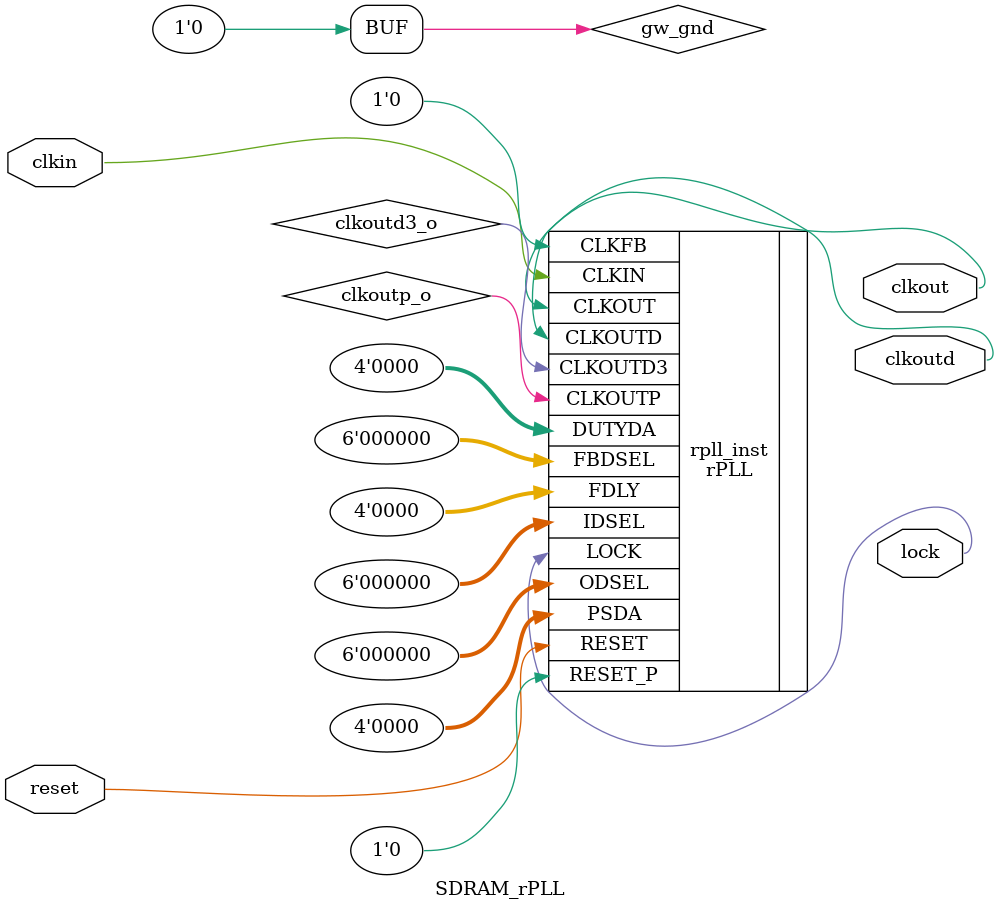
<source format=v>


module SDRAM_rPLL (clkout, lock, clkoutd, reset, clkin);

output clkout;
output lock;
output clkoutd;
input reset;
input clkin;

wire clkoutp_o;
wire clkoutd3_o;
wire gw_gnd;

assign gw_gnd = 1'b0;

rPLL rpll_inst (
    .CLKOUT(clkout),
    .LOCK(lock),
    .CLKOUTP(clkoutp_o),
    .CLKOUTD(clkoutd),
    .CLKOUTD3(clkoutd3_o),
    .RESET(reset),
    .RESET_P(gw_gnd),
    .CLKIN(clkin),
    .CLKFB(gw_gnd),
    .FBDSEL({gw_gnd,gw_gnd,gw_gnd,gw_gnd,gw_gnd,gw_gnd}),
    .IDSEL({gw_gnd,gw_gnd,gw_gnd,gw_gnd,gw_gnd,gw_gnd}),
    .ODSEL({gw_gnd,gw_gnd,gw_gnd,gw_gnd,gw_gnd,gw_gnd}),
    .PSDA({gw_gnd,gw_gnd,gw_gnd,gw_gnd}),
    .DUTYDA({gw_gnd,gw_gnd,gw_gnd,gw_gnd}),
    .FDLY({gw_gnd,gw_gnd,gw_gnd,gw_gnd})
);

defparam rpll_inst.FCLKIN = "27";
defparam rpll_inst.DYN_IDIV_SEL = "false";
defparam rpll_inst.IDIV_SEL = 0;
defparam rpll_inst.DYN_FBDIV_SEL = "false";
defparam rpll_inst.FBDIV_SEL = 4;
defparam rpll_inst.DYN_ODIV_SEL = "false";
defparam rpll_inst.ODIV_SEL = 4;
defparam rpll_inst.PSDA_SEL = "0000";
defparam rpll_inst.DYN_DA_EN = "true";
defparam rpll_inst.DUTYDA_SEL = "1000";
defparam rpll_inst.CLKOUT_FT_DIR = 1'b1;
defparam rpll_inst.CLKOUTP_FT_DIR = 1'b1;
defparam rpll_inst.CLKOUT_DLY_STEP = 0;
defparam rpll_inst.CLKOUTP_DLY_STEP = 0;
defparam rpll_inst.CLKFB_SEL = "internal";
defparam rpll_inst.CLKOUT_BYPASS = "false";
defparam rpll_inst.CLKOUTP_BYPASS = "false";
defparam rpll_inst.CLKOUTD_BYPASS = "false";
defparam rpll_inst.DYN_SDIV_SEL = 10;
defparam rpll_inst.CLKOUTD_SRC = "CLKOUT";
defparam rpll_inst.CLKOUTD3_SRC = "CLKOUT";
defparam rpll_inst.DEVICE = "GW1NR-9C";

endmodule //SDRAM_rPLL

</source>
